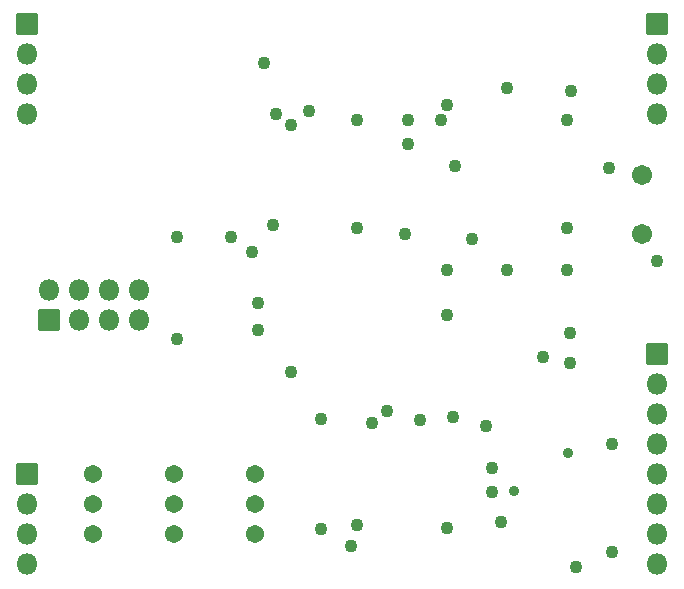
<source format=gbr>
%TF.GenerationSoftware,KiCad,Pcbnew,6.0.7-f9a2dced07~116~ubuntu22.04.1*%
%TF.CreationDate,2022-07-29T20:00:08-04:00*%
%TF.ProjectId,late_MS20_VCF_plug_in_board,6c617465-5f4d-4533-9230-5f5643465f70,0.1*%
%TF.SameCoordinates,Original*%
%TF.FileFunction,Soldermask,Bot*%
%TF.FilePolarity,Negative*%
%FSLAX46Y46*%
G04 Gerber Fmt 4.6, Leading zero omitted, Abs format (unit mm)*
G04 Created by KiCad (PCBNEW 6.0.7-f9a2dced07~116~ubuntu22.04.1) date 2022-07-29 20:00:08*
%MOMM*%
%LPD*%
G01*
G04 APERTURE LIST*
G04 Aperture macros list*
%AMRoundRect*
0 Rectangle with rounded corners*
0 $1 Rounding radius*
0 $2 $3 $4 $5 $6 $7 $8 $9 X,Y pos of 4 corners*
0 Add a 4 corners polygon primitive as box body*
4,1,4,$2,$3,$4,$5,$6,$7,$8,$9,$2,$3,0*
0 Add four circle primitives for the rounded corners*
1,1,$1+$1,$2,$3*
1,1,$1+$1,$4,$5*
1,1,$1+$1,$6,$7*
1,1,$1+$1,$8,$9*
0 Add four rect primitives between the rounded corners*
20,1,$1+$1,$2,$3,$4,$5,0*
20,1,$1+$1,$4,$5,$6,$7,0*
20,1,$1+$1,$6,$7,$8,$9,0*
20,1,$1+$1,$8,$9,$2,$3,0*%
G04 Aperture macros list end*
%ADD10C,1.542000*%
%ADD11C,1.702000*%
%ADD12RoundRect,0.051000X0.850000X-0.850000X0.850000X0.850000X-0.850000X0.850000X-0.850000X-0.850000X0*%
%ADD13O,1.802000X1.802000*%
%ADD14RoundRect,0.051000X0.850000X0.850000X-0.850000X0.850000X-0.850000X-0.850000X0.850000X-0.850000X0*%
%ADD15C,1.102000*%
%ADD16C,0.902000*%
G04 APERTURE END LIST*
D10*
%TO.C,RV2*%
X106426000Y-111760000D03*
X106426000Y-109220000D03*
X106426000Y-106680000D03*
%TD*%
%TO.C,RV1*%
X99568000Y-111760000D03*
X99568000Y-109220000D03*
X99568000Y-106680000D03*
%TD*%
D11*
%TO.C,C3*%
X146050000Y-81360000D03*
X146050000Y-86360000D03*
%TD*%
D12*
%TO.C,J5*%
X95885000Y-93599000D03*
D13*
X95885000Y-91059000D03*
X98425000Y-93599000D03*
X98425000Y-91059000D03*
X100965000Y-93599000D03*
X100965000Y-91059000D03*
X103505000Y-93599000D03*
X103505000Y-91059000D03*
%TD*%
D10*
%TO.C,RV3*%
X113284000Y-111760000D03*
X113284000Y-109220000D03*
X113284000Y-106680000D03*
%TD*%
D14*
%TO.C,J1*%
X93980000Y-68580000D03*
D13*
X93980000Y-71120000D03*
X93980000Y-73660000D03*
X93980000Y-76200000D03*
%TD*%
D14*
%TO.C,J2*%
X93980000Y-106680000D03*
D13*
X93980000Y-109220000D03*
X93980000Y-111760000D03*
X93980000Y-114300000D03*
%TD*%
D14*
%TO.C,J3*%
X147320000Y-68580000D03*
D13*
X147320000Y-71120000D03*
X147320000Y-73660000D03*
X147320000Y-76200000D03*
%TD*%
D14*
%TO.C,J4*%
X147320000Y-96520000D03*
D13*
X147320000Y-99060000D03*
X147320000Y-101600000D03*
X147320000Y-104140000D03*
X147320000Y-106680000D03*
X147320000Y-109220000D03*
X147320000Y-111760000D03*
X147320000Y-114300000D03*
%TD*%
D15*
X114046000Y-71882000D03*
X134620000Y-89408000D03*
X143510000Y-104140000D03*
X111252000Y-86614000D03*
X121920000Y-110998000D03*
X137668000Y-96774000D03*
X121920000Y-85852000D03*
X139700000Y-76708000D03*
X139700000Y-85852000D03*
X123190000Y-102362000D03*
X121920000Y-76708000D03*
X143510000Y-113284000D03*
X113538000Y-94488000D03*
X118872000Y-102006400D03*
X130048000Y-101854000D03*
X132842000Y-102616000D03*
X140462000Y-114554000D03*
X118872000Y-111302800D03*
X114808000Y-85598000D03*
X134645400Y-73990200D03*
X129540000Y-111252000D03*
X133350000Y-108137500D03*
X131700043Y-86742043D03*
X129540000Y-75438000D03*
X143256000Y-80772000D03*
X133350000Y-106172000D03*
X130182034Y-80584500D03*
X126238000Y-76708000D03*
X129032000Y-76708000D03*
X117900793Y-75901207D03*
X115062000Y-76200000D03*
X147320000Y-88646000D03*
X129540000Y-93218000D03*
X129580500Y-89416520D03*
X116332000Y-77099500D03*
X116332000Y-98044000D03*
X127254000Y-102108000D03*
X124460000Y-101346000D03*
D16*
X135229600Y-108102400D03*
X139750800Y-104851200D03*
D15*
X121412000Y-112776000D03*
X134154500Y-110744000D03*
X139954000Y-97282000D03*
X139954000Y-94742000D03*
X106680000Y-86614000D03*
X106680000Y-95250000D03*
X113538000Y-92202000D03*
X139700000Y-89408000D03*
X140004800Y-74244200D03*
X113030000Y-87884000D03*
X126238000Y-78740000D03*
X125984000Y-86360000D03*
M02*

</source>
